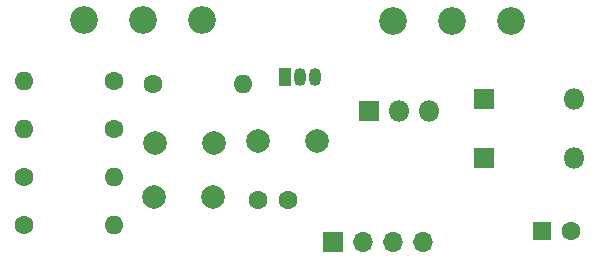
<source format=gbr>
%TF.GenerationSoftware,KiCad,Pcbnew,7.0.11+dfsg-1build4*%
%TF.CreationDate,2026-02-01T22:03:41-05:00*%
%TF.ProjectId,harmonicpercolator,6861726d-6f6e-4696-9370-6572636f6c61,rev?*%
%TF.SameCoordinates,Original*%
%TF.FileFunction,Soldermask,Top*%
%TF.FilePolarity,Negative*%
%FSLAX46Y46*%
G04 Gerber Fmt 4.6, Leading zero omitted, Abs format (unit mm)*
G04 Created by KiCad (PCBNEW 7.0.11+dfsg-1build4) date 2026-02-01 22:03:41*
%MOMM*%
%LPD*%
G01*
G04 APERTURE LIST*
%ADD10R,1.800000X1.800000*%
%ADD11O,1.800000X1.800000*%
%ADD12C,1.600000*%
%ADD13O,1.600000X1.600000*%
%ADD14C,2.340000*%
%ADD15C,2.000000*%
%ADD16R,1.700000X1.700000*%
%ADD17O,1.700000X1.700000*%
%ADD18R,1.050000X1.500000*%
%ADD19O,1.050000X1.500000*%
%ADD20R,1.600000X1.600000*%
G04 APERTURE END LIST*
D10*
%TO.C,Q1*%
X131953000Y-110871000D03*
D11*
X134493000Y-110871000D03*
X137033000Y-110871000D03*
%TD*%
D12*
%TO.C,R4*%
X102743000Y-120523000D03*
D13*
X110363000Y-120523000D03*
%TD*%
D14*
%TO.C,RV2*%
X144018000Y-103251000D03*
X139018000Y-103251000D03*
X134018000Y-103251000D03*
%TD*%
D15*
%TO.C,C5*%
X122595000Y-113411000D03*
X127595000Y-113411000D03*
%TD*%
D12*
%TO.C,C1*%
X122595000Y-118364000D03*
X125095000Y-118364000D03*
%TD*%
D16*
%TO.C,J1*%
X128905000Y-121920000D03*
D17*
X131445000Y-121920000D03*
X133985000Y-121920000D03*
X136525000Y-121920000D03*
%TD*%
D18*
%TO.C,Q2*%
X124841000Y-107929000D03*
D19*
X126111000Y-107929000D03*
X127381000Y-107929000D03*
%TD*%
D20*
%TO.C,C4*%
X146598000Y-121031000D03*
D12*
X149098000Y-121031000D03*
%TD*%
D15*
%TO.C,C3*%
X113745000Y-118110000D03*
X118745000Y-118110000D03*
%TD*%
%TO.C,C2*%
X113832000Y-113538000D03*
X118832000Y-113538000D03*
%TD*%
D12*
%TO.C,R2*%
X110363000Y-112395000D03*
D13*
X102743000Y-112395000D03*
%TD*%
D12*
%TO.C,R3*%
X102743000Y-116459000D03*
D13*
X110363000Y-116459000D03*
%TD*%
D12*
%TO.C,R1*%
X110363000Y-108331000D03*
D13*
X102743000Y-108331000D03*
%TD*%
D10*
%TO.C,D2*%
X141732000Y-114808000D03*
D11*
X149352000Y-114808000D03*
%TD*%
D12*
%TO.C,R5*%
X113665000Y-108585000D03*
D13*
X121285000Y-108585000D03*
%TD*%
D14*
%TO.C,RV1*%
X117856000Y-103124000D03*
X112856000Y-103124000D03*
X107856000Y-103124000D03*
%TD*%
D10*
%TO.C,D1*%
X141732000Y-109855000D03*
D11*
X149352000Y-109855000D03*
%TD*%
M02*

</source>
